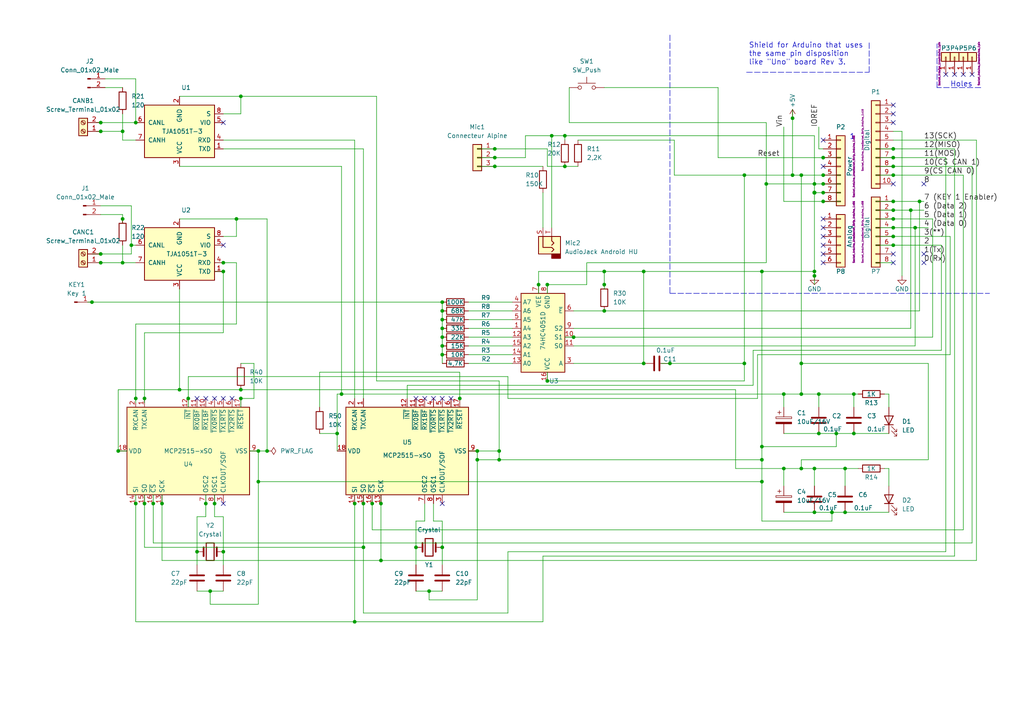
<source format=kicad_sch>
(kicad_sch (version 20211123) (generator eeschema)
  (paper "A4")
  (title_block (title "AlpDroid Card ") (date "2022-02-22") (rev "0") (company "My AlpDroid"))
  (lib_symbols
    (symbol "74xx:74HC4051"
      (property "Reference" "U" (at -5.08 11.43 0))
      (property "Value" "74HC4051" (at -7.62 -13.97 0))
      (symbol "74HC4051_1_1"
        (pin passive line (at 10.16 -2.54 180) (length 2.54) (name "A4") (number "1"))
        (pin input line (at -7.62 0 0) (length 2.54) (name "S1") (number "10"))
        (pin input line (at -7.62 2.54 0) (length 2.54) (name "S0") (number "11"))
        (pin passive line (at 10.16 0 180) (length 2.54) (name "A3") (number "12"))
        (pin passive line (at 10.16 7.62 180) (length 2.54) (name "A0") (number "13"))
        (pin passive line (at 10.16 5.08 180) (length 2.54) (name "A1") (number "14"))
        (pin passive line (at 10.16 2.54 180) (length 2.54) (name "A2") (number "15"))
        (pin power_in line (at 0 12.7 270) (length 2.54) (name "VCC") (number "16"))
        (pin passive line (at 10.16 -7.62 180) (length 2.54) (name "A6") (number "2"))
        (pin passive line (at -7.62 7.62 0) (length 2.54) (name "A") (number "3"))
        (pin passive line (at 10.16 -10.16 180) (length 2.54) (name "A7") (number "4"))
        (pin passive line (at 10.16 -5.08 180) (length 2.54) (name "A5") (number "5"))
        (pin input line (at -7.62 -7.62 0) (length 2.54) (name "~{E}") (number "6"))
        (pin power_in line (at 2.54 -15.24 90) (length 2.54) (name "VEE") (number "7"))
        (pin power_in line (at 0 -15.24 90) (length 2.54) (name "GND") (number "8"))
        (pin input line (at -7.62 -2.54 0) (length 2.54) (name "S2") (number "9"))
      )
    )
    (symbol "Connector:AudioJack2"
      (property "Reference" "J" (at 0 8.89 0))
      (property "Value" "AudioJack2" (at 0 6.35 0))
      (symbol "AudioJack2_1_1"
        (pin passive line (at 5.08 2.54 180) (length 2.54) (name "~") (number "S"))
        (pin passive line (at 5.08 0 180) (length 2.54) (name "~") (number "T"))
      )
    )
    (symbol "Connector:Conn_01x01_Male" (pin_names (offset 1.016) hide)
      (property "Reference" "J" (at 0 2.54 0))
      (property "Value" "Conn_01x01_Male" (at 0 -2.54 0))
      (symbol "Conn_01x01_Male_1_1"
        (pin passive line (at 5.08 0 180) (length 3.81) (name "Pin_1") (number "1"))
      )
    )
    (symbol "Connector:Conn_01x02_Male" (pin_names (offset 1.016) hide)
      (property "Reference" "J" (at 0 2.54 0))
      (property "Value" "Conn_01x02_Male" (at 0 -5.08 0))
      (symbol "Conn_01x02_Male_1_1"
        (pin passive line (at 5.08 0 180) (length 3.81) (name "Pin_1") (number "1"))
        (pin passive line (at 5.08 -2.54 180) (length 3.81) (name "Pin_2") (number "2"))
      )
    )
    (symbol "Connector:Screw_Terminal_01x02" (pin_names (offset 1.016) hide)
      (property "Reference" "J" (at 0 2.54 0))
      (property "Value" "Screw_Terminal_01x02" (at 0 -5.08 0))
      (symbol "Screw_Terminal_01x02_1_1"
        (pin passive line (at -5.08 0 0) (length 3.81) (name "Pin_1") (number "1"))
        (pin passive line (at -5.08 -2.54 0) (length 3.81) (name "Pin_2") (number "2"))
      )
    )
    (symbol "Connector_Generic:Conn_01x01" (pin_names (offset 1.016) hide)
      (property "Reference" "J" (at 0 2.54 0))
      (property "Value" "Conn_01x01" (at 0 -2.54 0))
      (symbol "Conn_01x01_1_1"
        (pin passive line (at -5.08 0 0) (length 3.81) (name "Pin_1") (number "1"))
      )
    )
    (symbol "Connector_Generic:Conn_01x03" (pin_names (offset 1.016) hide)
      (property "Reference" "J" (at 0 5.08 0))
      (property "Value" "Conn_01x03" (at 0 -5.08 0))
      (symbol "Conn_01x03_1_1"
        (pin passive line (at -5.08 2.54 0) (length 3.81) (name "Pin_1") (number "1"))
        (pin passive line (at -5.08 0 0) (length 3.81) (name "Pin_2") (number "2"))
        (pin passive line (at -5.08 -2.54 0) (length 3.81) (name "Pin_3") (number "3"))
      )
    )
    (symbol "Connector_Generic:Conn_01x06" (pin_names (offset 1.016) hide)
      (property "Reference" "J" (at 0 7.62 0))
      (property "Value" "Conn_01x06" (at 0 -10.16 0))
      (symbol "Conn_01x06_1_1"
        (pin passive line (at -5.08 5.08 0) (length 3.81) (name "Pin_1") (number "1"))
        (pin passive line (at -5.08 2.54 0) (length 3.81) (name "Pin_2") (number "2"))
        (pin passive line (at -5.08 0 0) (length 3.81) (name "Pin_3") (number "3"))
        (pin passive line (at -5.08 -2.54 0) (length 3.81) (name "Pin_4") (number "4"))
        (pin passive line (at -5.08 -5.08 0) (length 3.81) (name "Pin_5") (number "5"))
        (pin passive line (at -5.08 -7.62 0) (length 3.81) (name "Pin_6") (number "6"))
      )
    )
    (symbol "Connector_Generic:Conn_01x08" (pin_names (offset 1.016) hide)
      (property "Reference" "J" (at 0 10.16 0))
      (property "Value" "Conn_01x08" (at 0 -12.7 0))
      (symbol "Conn_01x08_1_1"
        (pin passive line (at -5.08 7.62 0) (length 3.81) (name "Pin_1") (number "1"))
        (pin passive line (at -5.08 5.08 0) (length 3.81) (name "Pin_2") (number "2"))
        (pin passive line (at -5.08 2.54 0) (length 3.81) (name "Pin_3") (number "3"))
        (pin passive line (at -5.08 0 0) (length 3.81) (name "Pin_4") (number "4"))
        (pin passive line (at -5.08 -2.54 0) (length 3.81) (name "Pin_5") (number "5"))
        (pin passive line (at -5.08 -5.08 0) (length 3.81) (name "Pin_6") (number "6"))
        (pin passive line (at -5.08 -7.62 0) (length 3.81) (name "Pin_7") (number "7"))
        (pin passive line (at -5.08 -10.16 0) (length 3.81) (name "Pin_8") (number "8"))
      )
    )
    (symbol "Connector_Generic:Conn_01x10" (pin_names (offset 1.016) hide)
      (property "Reference" "J" (at 0 12.7 0))
      (property "Value" "Conn_01x10" (at 0 -15.24 0))
      (symbol "Conn_01x10_1_1"
        (pin passive line (at -5.08 10.16 0) (length 3.81) (name "Pin_1") (number "1"))
        (pin passive line (at -5.08 -12.7 0) (length 3.81) (name "Pin_10") (number "10"))
        (pin passive line (at -5.08 7.62 0) (length 3.81) (name "Pin_2") (number "2"))
        (pin passive line (at -5.08 5.08 0) (length 3.81) (name "Pin_3") (number "3"))
        (pin passive line (at -5.08 2.54 0) (length 3.81) (name "Pin_4") (number "4"))
        (pin passive line (at -5.08 0 0) (length 3.81) (name "Pin_5") (number "5"))
        (pin passive line (at -5.08 -2.54 0) (length 3.81) (name "Pin_6") (number "6"))
        (pin passive line (at -5.08 -5.08 0) (length 3.81) (name "Pin_7") (number "7"))
        (pin passive line (at -5.08 -7.62 0) (length 3.81) (name "Pin_8") (number "8"))
        (pin passive line (at -5.08 -10.16 0) (length 3.81) (name "Pin_9") (number "9"))
      )
    )
    (symbol "Device:C" (pin_numbers hide) (pin_names (offset 0.254))
      (property "Reference" "C" (at 0.635 2.54 0))
      (property "Value" "C" (at 0.635 -2.54 0))
      (symbol "C_1_1"
        (pin passive line (at 0 3.81 270) (length 2.794) (name "~") (number "1"))
        (pin passive line (at 0 -3.81 90) (length 2.794) (name "~") (number "2"))
      )
    )
    (symbol "Device:C_Polarized" (pin_numbers hide) (pin_names (offset 0.254))
      (property "Reference" "C" (at 0.635 2.54 0))
      (property "Value" "C_Polarized" (at 0.635 -2.54 0))
      (symbol "C_Polarized_1_1"
        (pin passive line (at 0 3.81 270) (length 2.794) (name "~") (number "1"))
        (pin passive line (at 0 -3.81 90) (length 2.794) (name "~") (number "2"))
      )
    )
    (symbol "Device:Crystal" (pin_numbers hide) (pin_names (offset 1.016) hide)
      (property "Reference" "Y" (at 0 3.81 0))
      (property "Value" "Crystal" (at 0 -3.81 0))
      (symbol "Crystal_1_1"
        (pin passive line (at -3.81 0 0) (length 1.27) (name "1") (number "1"))
        (pin passive line (at 3.81 0 180) (length 1.27) (name "2") (number "2"))
      )
    )
    (symbol "Device:LED" (pin_numbers hide) (pin_names (offset 1.016) hide)
      (property "Reference" "D" (at 0 2.54 0))
      (property "Value" "LED" (at 0 -2.54 0))
      (symbol "LED_1_1"
        (pin passive line (at -3.81 0 0) (length 2.54) (name "K") (number "1"))
        (pin passive line (at 3.81 0 180) (length 2.54) (name "A") (number "2"))
      )
    )
    (symbol "Device:R" (pin_numbers hide) (pin_names (offset 0))
      (property "Reference" "R" (at 2.032 0 90))
      (property "Value" "R" (at 0 0 90))
      (symbol "R_1_1"
        (pin passive line (at 0 3.81 270) (length 1.27) (name "~") (number "1"))
        (pin passive line (at 0 -3.81 90) (length 1.27) (name "~") (number "2"))
      )
    )
    (symbol "Interface_CAN_LIN:MCP2515-xSO"
      (property "Reference" "U" (at -10.16 19.685 0))
      (property "Value" "MCP2515-xSO" (at 19.05 20.32 0))
      (symbol "MCP2515-xSO_1_1"
        (pin output line (at 15.24 12.7 180) (length 2.54) (name "TXCAN") (number "1"))
        (pin output line (at 15.24 -5.08 180) (length 2.54) (name "~{RX1BF}") (number "10"))
        (pin output line (at 15.24 -2.54 180) (length 2.54) (name "~{RX0BF}") (number "11"))
        (pin output line (at 15.24 0 180) (length 2.54) (name "~{INT}") (number "12"))
        (pin input line (at -15.24 7.62 0) (length 2.54) (name "SCK") (number "13"))
        (pin input line (at -15.24 15.24 0) (length 2.54) (name "SI") (number "14"))
        (pin output line (at -15.24 12.7 0) (length 2.54) (name "SO") (number "15"))
        (pin input line (at -15.24 10.16 0) (length 2.54) (name "~{CS}") (number "16"))
        (pin input line (at 15.24 -15.24 180) (length 2.54) (name "~{RESET}") (number "17"))
        (pin power_in line (at 0 20.32 270) (length 2.54) (name "VDD") (number "18"))
        (pin input line (at 15.24 15.24 180) (length 2.54) (name "RXCAN") (number "2"))
        (pin output line (at -15.24 -10.16 0) (length 2.54) (name "CLKOUT/SOF") (number "3"))
        (pin input line (at 15.24 -7.62 180) (length 2.54) (name "~{TX0RTS}") (number "4"))
        (pin input line (at 15.24 -10.16 180) (length 2.54) (name "~{TX1RTS}") (number "5"))
        (pin input line (at 15.24 -12.7 180) (length 2.54) (name "~{TX2RTS}") (number "6"))
        (pin output line (at -15.24 -5.08 0) (length 2.54) (name "OSC2") (number "7"))
        (pin input line (at -15.24 -7.62 0) (length 2.54) (name "OSC1") (number "8"))
        (pin power_in line (at 0 -20.32 90) (length 2.54) (name "VSS") (number "9"))
      )
    )
    (symbol "Interface_CAN_LIN:TJA1051T-3" (pin_names (offset 1.016))
      (property "Reference" "U" (at -10.16 8.89 0))
      (property "Value" "TJA1051T-3" (at 1.27 8.89 0))
      (symbol "TJA1051T-3_1_1"
        (pin input line (at -12.7 5.08 0) (length 2.54) (name "TXD") (number "1"))
        (pin power_in line (at 0 -10.16 90) (length 2.54) (name "GND") (number "2"))
        (pin power_in line (at 0 10.16 270) (length 2.54) (name "VCC") (number "3"))
        (pin output line (at -12.7 2.54 0) (length 2.54) (name "RXD") (number "4"))
        (pin power_in line (at -12.7 -2.54 0) (length 2.54) (name "VIO") (number "5"))
        (pin bidirectional line (at 12.7 -2.54 180) (length 2.54) (name "CANL") (number "6"))
        (pin bidirectional line (at 12.7 2.54 180) (length 2.54) (name "CANH") (number "7"))
        (pin input line (at -12.7 -5.08 0) (length 2.54) (name "S") (number "8"))
      )
    )
    (symbol "MCP2515-xSO_1"
      (property "Reference" "U5" (at 0 -3.81 90))
      (property "Value" "MCP2515-xSO_1" (at -1.27 0 90))
      (symbol "MCP2515-xSO_1_1_1"
        (pin output line (at 15.24 12.7 180) (length 2.54) (name "TXCAN") (number "1"))
        (pin output line (at 15.24 -5.08 180) (length 2.54) (name "~{RX1BF}") (number "10"))
        (pin output line (at 15.24 -2.54 180) (length 2.54) (name "~{RX0BF}") (number "11"))
        (pin output line (at 15.24 0 180) (length 2.54) (name "~{INT}") (number "12"))
        (pin input line (at -15.24 7.62 0) (length 2.54) (name "SCK") (number "13"))
        (pin input line (at -15.24 15.24 0) (length 2.54) (name "SI") (number "14"))
        (pin bidirectional line (at -15.24 12.7 0) (length 2.54) (name "SO") (number "15"))
        (pin input line (at -15.24 10.16 0) (length 2.54) (name "~{CS}") (number "16"))
        (pin input line (at 15.24 -15.24 180) (length 2.54) (name "~{RESET}") (number "17"))
        (pin power_in line (at 0 20.32 270) (length 2.54) (name "VDD") (number "18"))
        (pin input line (at 15.24 15.24 180) (length 2.54) (name "RXCAN") (number "2"))
        (pin output line (at -15.24 -10.16 0) (length 2.54) (name "CLKOUT/SOF") (number "3"))
        (pin input line (at 15.24 -7.62 180) (length 2.54) (name "~{TX0RTS}") (number "4"))
        (pin input line (at 15.24 -10.16 180) (length 2.54) (name "~{TX1RTS}") (number "5"))
        (pin input line (at 15.24 -12.7 180) (length 2.54) (name "~{TX2RTS}") (number "6"))
        (pin output line (at -15.24 -5.08 0) (length 2.54) (name "OSC2") (number "7"))
        (pin input line (at -15.24 -7.62 0) (length 2.54) (name "OSC1") (number "8"))
        (pin power_in line (at 0 -20.32 90) (length 2.54) (name "VSS") (number "9"))
      )
    )
    (symbol "Switch:SW_Push" (pin_numbers hide) (pin_names (offset 1.016) hide)
      (property "Reference" "SW" (at 1.27 2.54 0))
      (property "Value" "SW_Push" (at 0 -1.524 0))
      (symbol "SW_Push_0_1"
        (pin passive line (at -5.08 0 0) (length 2.54) (name "1") (number "1"))
        (pin passive line (at 5.08 0 180) (length 2.54) (name "2") (number "2"))
      )
    )
    (symbol "power:+5V" (power) (pin_names (offset 0))
      (property "Value" "+5V" (at 0 3.556 0))
      (symbol "+5V_1_1"
        (pin power_in line (at 0 0 90) (length 0) hide (name "+5V") (number "1"))
      )
    )
    (symbol "power:GND" (power) (pin_names (offset 0))
      (property "Value" "GND" (at 0 -3.81 0))
      (symbol "GND_1_1"
        (pin power_in line (at 0 0 270) (length 0) hide (name "GND") (number "1"))
      )
    )
    (symbol "power:PWR_FLAG" (power) (pin_numbers hide) (pin_names (offset 0) hide)
      (property "Value" "PWR_FLAG" (at 0 3.81 0))
      (symbol "PWR_FLAG_0_0"
        (pin power_out line (at 0 0 90) (length 0) (name "pwr") (number "1"))
      )
    )
  )
  (junction (at 110.49 146.05))
  (junction (at 128.27 100.33))
  (junction (at 54.61 115.57))
  (junction (at 105.41 158.75))
  (junction (at 74.93 139.7))
  (junction (at 158.75 110.49))
  (junction (at 62.23 146.05))
  (junction (at 264.16 60.96))
  (junction (at 35.56 76.2))
  (junction (at 128.27 92.71))
  (junction (at 259.08 58.42))
  (junction (at 97.79 125.73))
  (junction (at 236.22 78.74))
  (junction (at 238.76 50.8))
  (junction (at 238.76 58.42))
  (junction (at 29.21 73.66))
  (junction (at 160.02 39.37))
  (junction (at 138.43 133.35))
  (junction (at 128.27 87.63))
  (junction (at 175.26 82.55))
  (junction (at 259.08 71.12))
  (junction (at 128.27 97.79))
  (junction (at 69.85 27.94))
  (junction (at 259.08 45.72))
  (junction (at 39.37 35.56))
  (junction (at 259.08 68.58))
  (junction (at 232.41 105.41))
  (junction (at 143.51 43.18))
  (junction (at 227.33 114.3))
  (junction (at 52.07 113.03))
  (junction (at 266.7 58.42))
  (junction (at 215.9 50.8))
  (junction (at 107.95 146.05))
  (junction (at 128.27 95.25))
  (junction (at 29.21 35.56))
  (junction (at 238.76 45.72))
  (junction (at 105.41 146.05))
  (junction (at 238.76 55.88))
  (junction (at 143.51 48.26))
  (junction (at 64.77 76.2))
  (junction (at 166.37 97.79))
  (junction (at 57.15 160.02))
  (junction (at 110.49 162.56))
  (junction (at 220.98 139.7))
  (junction (at 59.69 146.05))
  (junction (at 26.67 87.63))
  (junction (at 245.11 135.89))
  (junction (at 77.47 130.81))
  (junction (at 175.26 90.17))
  (junction (at 238.76 53.34))
  (junction (at 64.77 160.02))
  (junction (at 156.21 82.55))
  (junction (at 265.43 66.04))
  (junction (at 69.85 113.03))
  (junction (at 60.96 171.45))
  (junction (at 236.22 148.59))
  (junction (at 64.77 78.74))
  (junction (at 29.21 38.1))
  (junction (at 236.22 80.01))
  (junction (at 39.37 115.57))
  (junction (at 229.87 34.29))
  (junction (at 38.1 71.12))
  (junction (at 229.87 50.8))
  (junction (at 175.26 78.74))
  (junction (at 29.21 76.2))
  (junction (at 120.65 158.75))
  (junction (at 247.65 125.73))
  (junction (at 74.93 130.81))
  (junction (at 44.45 146.05))
  (junction (at 220.98 133.35))
  (junction (at 133.35 115.57))
  (junction (at 259.08 43.18))
  (junction (at 186.69 105.41))
  (junction (at 259.08 48.26))
  (junction (at 39.37 146.05))
  (junction (at 124.46 171.45))
  (junction (at 232.41 114.3))
  (junction (at 143.51 45.72))
  (junction (at 215.9 105.41))
  (junction (at 247.65 114.3))
  (junction (at 227.33 135.89))
  (junction (at 186.69 78.74))
  (junction (at 220.98 129.54))
  (junction (at 237.49 125.73))
  (junction (at 35.56 38.1))
  (junction (at 259.08 50.8))
  (junction (at 259.08 63.5))
  (junction (at 222.25 53.34))
  (junction (at 241.3 148.59))
  (junction (at 99.06 114.3))
  (junction (at 259.08 66.04))
  (junction (at 232.41 135.89))
  (junction (at 35.56 63.5))
  (junction (at 259.08 60.96))
  (junction (at 68.58 63.5))
  (junction (at 128.27 102.87))
  (junction (at 128.27 90.17))
  (junction (at 236.22 53.34))
  (junction (at 128.27 158.75))
  (junction (at 232.41 50.8))
  (junction (at 144.78 133.35))
  (junction (at 236.22 55.88) (diameter 1.016))
  (junction (at 194.31 105.41))
  (junction (at 102.87 146.05))
  (junction (at 237.49 114.3))
  (junction (at 242.57 125.73))
  (junction (at 34.29 130.81))
  (junction (at 102.87 180.34))
  (junction (at 245.11 148.59))
  (junction (at 220.98 78.74))
  (junction (at 144.78 130.81))
  (junction (at 163.83 48.26))
  (junction (at 69.85 115.57))
  (junction (at 138.43 130.81))
  (junction (at 46.99 146.05))
  (junction (at 41.91 115.57))
  (junction (at 163.83 39.37))
  (junction (at 158.75 82.55))
  (junction (at 41.91 146.05))
  (junction (at 236.22 135.89))
  (no_connect (at 120.65 115.57))
  (no_connect (at 123.19 115.57))
  (no_connect (at 125.73 115.57))
  (no_connect (at 128.27 115.57))
  (no_connect (at 130.81 115.57))
  (no_connect (at 279.4 21.59))
  (no_connect (at 274.32 21.59))
  (no_connect (at 238.76 48.26))
  (no_connect (at 67.31 115.57))
  (no_connect (at 62.23 115.57))
  (no_connect (at 64.77 115.57))
  (no_connect (at 59.69 115.57))
  (no_connect (at 57.15 115.57))
  (no_connect (at 259.08 30.48))
  (no_connect (at 259.08 33.02))
  (no_connect (at 259.08 35.56))
  (no_connect (at 276.86 21.59))
  (no_connect (at 281.94 21.59))
  (no_connect (at 64.77 146.05))
  (no_connect (at 128.27 146.05))
  (no_connect (at 238.76 40.64))
  (no_connect (at 259.08 53.34))
  (no_connect (at 267.97 76.2))
  (no_connect (at 267.97 73.66))
  (no_connect (at 267.97 53.34))
  (no_connect (at 259.08 73.66))
  (no_connect (at 259.08 76.2))
  (no_connect (at 64.77 35.56))
  (no_connect (at 64.77 71.12))
  (no_connect (at 238.76 71.12))
  (no_connect (at 238.76 68.58))
  (no_connect (at 238.76 66.04))
  (no_connect (at 238.76 63.5))
  (no_connect (at 238.76 76.2))
  (no_connect (at 238.76 73.66))
  (wire (pts (xy 186.69 78.74) (xy 186.69 105.41)))
  (wire (pts (xy 227.33 135.89) (xy 227.33 140.97)))
  (wire (pts (xy 238.76 55.88) (xy 243.84 55.88)))
  (wire (pts (xy 259.08 68.58) (xy 275.59 68.58)))
  (wire (pts (xy 219.71 102.87) (xy 219.71 115.57)))
  (wire (pts (xy 68.58 76.2) (xy 64.77 76.2)))
  (wire (pts (xy 245.11 135.89) (xy 245.11 140.97)))
  (wire (pts (xy 166.37 95.25) (xy 264.16 95.25)))
  (wire (pts (xy 123.19 151.13) (xy 120.65 151.13)))
  (wire (pts (xy 123.19 146.05) (xy 123.19 151.13)))
  (wire (pts (xy 232.41 135.89) (xy 236.22 135.89)))
  (wire (pts (xy 158.75 85.09) (xy 158.75 82.55)))
  (wire (pts (xy 29.21 35.56) (xy 27.94 35.56)))
  (wire (pts (xy 128.27 95.25) (xy 128.27 97.79)))
  (wire (pts (xy 220.98 139.7) (xy 220.98 151.13)))
  (wire (pts (xy 163.83 39.37) (xy 163.83 40.64)))
  (wire (pts (xy 52.07 48.26) (xy 99.06 48.26)))
  (wire (pts (xy 72.39 130.81) (xy 74.93 130.81)))
  (wire (pts (xy 276.86 43.18) (xy 276.86 161.29)))
  (wire (pts (xy 170.18 82.55) (xy 170.18 76.2)))
  (wire (pts (xy 160.02 39.37) (xy 160.02 66.04)))
  (polyline (pts (xy 252.095 20.955) (xy 252.095 12.065)) (stroke (width 0) (type dash)))
  (wire (pts (xy 138.43 133.35) (xy 144.78 133.35)))
  (wire (pts (xy 44.45 146.05) (xy 44.45 157.48)))
  (wire (pts (xy 64.77 160.02) (xy 64.77 163.83)))
  (wire (pts (xy 186.69 78.74) (xy 220.98 78.74)))
  (wire (pts (xy 135.89 92.71) (xy 148.59 92.71)))
  (wire (pts (xy 254 63.5) (xy 259.08 63.5)))
  (wire (pts (xy 38.1 71.12) (xy 39.37 71.12)))
  (wire (pts (xy 62.23 149.86) (xy 64.77 149.86)))
  (wire (pts (xy 236.22 80.01) (xy 236.22 82.55)))
  (wire (pts (xy 57.15 171.45) (xy 60.96 171.45)))
  (wire (pts (xy 128.27 158.75) (xy 128.27 163.83)))
  (wire (pts (xy 135.89 87.63) (xy 148.59 87.63)))
  (wire (pts (xy 259.08 60.96) (xy 264.16 60.96)))
  (wire (pts (xy 138.43 48.26) (xy 143.51 48.26)))
  (wire (pts (xy 59.69 149.86) (xy 57.15 149.86)))
  (wire (pts (xy 157.48 161.29) (xy 157.48 180.34)))
  (wire (pts (xy 64.77 149.86) (xy 64.77 160.02)))
  (wire (pts (xy 120.65 151.13) (xy 120.65 158.75)))
  (wire (pts (xy 68.58 76.2) (xy 68.58 93.98)))
  (wire (pts (xy 229.87 50.8) (xy 232.41 50.8)))
  (wire (pts (xy 264.16 95.25) (xy 264.16 60.96)))
  (wire (pts (xy 135.89 102.87) (xy 148.59 102.87)))
  (wire (pts (xy 52.07 83.82) (xy 52.07 113.03)))
  (wire (pts (xy 74.93 139.7) (xy 220.98 139.7)))
  (wire (pts (xy 99.06 114.3) (xy 227.33 114.3)))
  (wire (pts (xy 167.64 40.64) (xy 195.58 40.64)))
  (wire (pts (xy 46.99 146.05) (xy 46.99 162.56)))
  (wire (pts (xy 232.41 105.41) (xy 232.41 114.3)))
  (wire (pts (xy 191.77 105.41) (xy 194.31 105.41)))
  (wire (pts (xy 124.46 171.45) (xy 124.46 173.99)))
  (wire (pts (xy 166.37 97.79) (xy 270.51 97.79)))
  (wire (pts (xy 232.41 105.41) (xy 269.24 105.41)))
  (wire (pts (xy 238.76 45.72) (xy 243.84 45.72)))
  (wire (pts (xy 175.26 78.74) (xy 175.26 82.55)))
  (wire (pts (xy 238.76 50.8) (xy 243.84 50.8)))
  (wire (pts (xy 135.89 95.25) (xy 148.59 95.25)))
  (wire (pts (xy 128.27 87.63) (xy 128.27 90.17)))
  (wire (pts (xy 128.27 92.71) (xy 128.27 95.25)))
  (wire (pts (xy 222.25 53.34) (xy 236.22 53.34)))
  (wire (pts (xy 77.47 130.81) (xy 74.93 130.81)))
  (wire (pts (xy 128.27 151.13) (xy 128.27 158.75)))
  (wire (pts (xy 125.73 146.05) (xy 125.73 151.13)))
  (wire (pts (xy 229.87 34.29) (xy 229.87 50.8)))
  (wire (pts (xy 39.37 146.05) (xy 39.37 180.34)))
  (wire (pts (xy 135.89 90.17) (xy 148.59 90.17)))
  (wire (pts (xy 237.49 114.3) (xy 247.65 114.3)))
  (wire (pts (xy 213.36 135.89) (xy 213.36 113.03)))
  (wire (pts (xy 247.65 114.3) (xy 248.92 114.3)))
  (wire (pts (xy 133.35 107.95) (xy 133.35 115.57)))
  (wire (pts (xy 105.41 146.05) (xy 105.41 158.75)))
  (wire (pts (xy 215.9 105.41) (xy 215.9 110.49)))
  (wire (pts (xy 156.21 78.74) (xy 156.21 82.55)))
  (wire (pts (xy 62.23 78.74) (xy 64.77 78.74)))
  (wire (pts (xy 261.62 38.1) (xy 261.62 80.01)))
  (wire (pts (xy 236.22 78.74) (xy 236.22 80.01)))
  (wire (pts (xy 236.22 53.34) (xy 238.76 53.34)))
  (wire (pts (xy 156.21 78.74) (xy 175.26 78.74)))
  (wire (pts (xy 165.1 35.56) (xy 222.25 35.56)))
  (wire (pts (xy 97.79 125.73) (xy 97.79 130.81)))
  (wire (pts (xy 254 58.42) (xy 259.08 58.42)))
  (wire (pts (xy 158.75 43.18) (xy 158.75 48.26)))
  (wire (pts (xy 52.07 113.03) (xy 34.29 113.03)))
  (wire (pts (xy 26.67 87.63) (xy 128.27 87.63)))
  (wire (pts (xy 110.49 146.05) (xy 110.49 162.56)))
  (wire (pts (xy 175.26 25.4) (xy 208.28 25.4)))
  (wire (pts (xy 232.41 50.8) (xy 232.41 105.41)))
  (wire (pts (xy 99.06 48.26) (xy 99.06 114.3)))
  (wire (pts (xy 118.11 111.76) (xy 218.44 111.76)))
  (wire (pts (xy 133.35 115.57) (xy 133.35 118.11)))
  (wire (pts (xy 259.08 45.72) (xy 274.32 45.72)))
  (wire (pts (xy 143.51 45.72) (xy 152.4 45.72)))
  (wire (pts (xy 41.91 143.51) (xy 41.91 146.05)))
  (wire (pts (xy 69.85 113.03) (xy 52.07 113.03)))
  (wire (pts (xy 105.41 158.75) (xy 105.41 177.8)))
  (wire (pts (xy 166.37 105.41) (xy 186.69 105.41)))
  (wire (pts (xy 157.48 180.34) (xy 102.87 180.34)))
  (wire (pts (xy 128.27 90.17) (xy 128.27 92.71)))
  (wire (pts (xy 237.49 43.18) (xy 238.76 43.18)))
  (wire (pts (xy 256.54 135.89) (xy 257.81 135.89)))
  (wire (pts (xy 147.32 160.02) (xy 274.32 160.02)))
  (wire (pts (xy 195.58 50.8) (xy 215.9 50.8)))
  (wire (pts (xy 107.95 153.67) (xy 279.4 153.67)))
  (wire (pts (xy 220.98 133.35) (xy 220.98 139.7)))
  (wire (pts (xy 220.98 129.54) (xy 220.98 133.35)))
  (wire (pts (xy 128.27 100.33) (xy 128.27 102.87)))
  (wire (pts (xy 232.41 50.8) (xy 238.76 50.8)))
  (wire (pts (xy 160.02 39.37) (xy 163.83 39.37)))
  (wire (pts (xy 64.77 33.02) (xy 69.85 33.02)))
  (wire (pts (xy 236.22 39.37) (xy 236.22 53.34)))
  (wire (pts (xy 227.33 118.11) (xy 227.33 114.3)))
  (wire (pts (xy 227.33 135.89) (xy 232.41 135.89)))
  (wire (pts (xy 105.41 43.18) (xy 105.41 115.57)))
  (wire (pts (xy 266.7 58.42) (xy 266.7 90.17)))
  (wire (pts (xy 236.22 53.34) (xy 236.22 55.88)))
  (wire (pts (xy 69.85 33.02) (xy 69.85 27.94)))
  (wire (pts (xy 38.1 73.66) (xy 38.1 71.12)))
  (wire (pts (xy 34.29 113.03) (xy 34.29 130.81)))
  (wire (pts (xy 259.08 40.64) (xy 283.21 40.64)))
  (wire (pts (xy 215.9 50.8) (xy 215.9 105.41)))
  (wire (pts (xy 166.37 90.17) (xy 175.26 90.17)))
  (wire (pts (xy 110.49 162.56) (xy 283.21 162.56)))
  (wire (pts (xy 59.69 146.05) (xy 59.69 149.86)))
  (wire (pts (xy 69.85 115.57) (xy 73.66 115.57)))
  (wire (pts (xy 128.27 97.79) (xy 128.27 100.33)))
  (wire (pts (xy 143.51 43.18) (xy 158.75 43.18)))
  (wire (pts (xy 30.48 22.86) (xy 39.37 22.86)))
  (wire (pts (xy 156.21 82.55) (xy 156.21 85.09)))
  (wire (pts (xy 236.22 39.37) (xy 163.83 39.37)))
  (wire (pts (xy 41.91 146.05) (xy 41.91 158.75)))
  (wire (pts (xy 105.41 143.51) (xy 105.41 146.05)))
  (wire (pts (xy 266.7 58.42) (xy 267.97 58.42)))
  (wire (pts (xy 39.37 143.51) (xy 39.37 146.05)))
  (wire (pts (xy 259.08 63.5) (xy 270.51 63.5)))
  (wire (pts (xy 269.24 105.41) (xy 269.24 133.35)))
  (wire (pts (xy 107.95 143.51) (xy 107.95 146.05)))
  (wire (pts (xy 44.45 143.51) (xy 44.45 146.05)))
  (wire (pts (xy 52.07 63.5) (xy 68.58 63.5)))
  (wire (pts (xy 69.85 27.94) (xy 109.22 27.94)))
  (wire (pts (xy 39.37 115.57) (xy 39.37 116.84)))
  (wire (pts (xy 175.26 82.55) (xy 175.26 83.82)))
  (wire (pts (xy 124.46 171.45) (xy 128.27 171.45)))
  (wire (pts (xy 254 71.12) (xy 259.08 71.12)))
  (wire (pts (xy 25.4 87.63) (xy 26.67 87.63)))
  (wire (pts (xy 241.3 148.59) (xy 241.3 151.13)))
  (wire (pts (xy 120.65 171.45) (xy 124.46 171.45)))
  (wire (pts (xy 138.43 130.81) (xy 144.78 130.81)))
  (wire (pts (xy 125.73 151.13) (xy 128.27 151.13)))
  (wire (pts (xy 237.49 125.73) (xy 242.57 125.73)))
  (wire (pts (xy 62.23 146.05) (xy 62.23 149.86)))
  (wire (pts (xy 283.21 40.64) (xy 283.21 162.56)))
  (wire (pts (xy 110.49 143.51) (xy 110.49 146.05)))
  (wire (pts (xy 220.98 78.74) (xy 220.98 129.54)))
  (wire (pts (xy 41.91 96.52) (xy 41.91 115.57)))
  (wire (pts (xy 227.33 58.42) (xy 238.76 58.42)))
  (wire (pts (xy 220.98 151.13) (xy 241.3 151.13)))
  (wire (pts (xy 57.15 149.86) (xy 57.15 160.02)))
  (wire (pts (xy 62.23 143.51) (xy 62.23 146.05)))
  (wire (pts (xy 35.56 40.64) (xy 35.56 38.1)))
  (wire (pts (xy 46.99 143.51) (xy 46.99 146.05)))
  (wire (pts (xy 68.58 63.5) (xy 77.47 63.5)))
  (wire (pts (xy 109.22 27.94) (xy 109.22 110.49)))
  (wire (pts (xy 54.61 109.22) (xy 54.61 115.57)))
  (wire (pts (xy 166.37 100.33) (xy 265.43 100.33)))
  (wire (pts (xy 232.41 114.3) (xy 237.49 114.3)))
  (wire (pts (xy 69.85 105.41) (xy 73.66 105.41)))
  (wire (pts (xy 259.08 50.8) (xy 279.4 50.8)))
  (wire (pts (xy 39.37 76.2) (xy 35.56 76.2)))
  (wire (pts (xy 279.4 50.8) (xy 279.4 153.67)))
  (wire (pts (xy 275.59 102.87) (xy 219.71 102.87)))
  (wire (pts (xy 69.85 115.57) (xy 69.85 118.11)))
  (wire (pts (xy 257.81 114.3) (xy 257.81 118.11)))
  (wire (pts (xy 275.59 68.58) (xy 275.59 102.87)))
  (wire (pts (xy 259.08 43.18) (xy 276.86 43.18)))
  (wire (pts (xy 152.4 39.37) (xy 152.4 45.72)))
  (wire (pts (xy 25.4 76.2) (xy 29.21 76.2)))
  (wire (pts (xy 158.75 82.55) (xy 170.18 82.55)))
  (wire (pts (xy 195.58 50.8) (xy 195.58 40.64)))
  (wire (pts (xy 60.96 171.45) (xy 64.77 171.45)))
  (wire (pts (xy 77.47 63.5) (xy 77.47 130.81)))
  (wire (pts (xy 238.76 53.34) (xy 243.84 53.34)))
  (wire (pts (xy 41.91 158.75) (xy 105.41 158.75)))
  (wire (pts (xy 128.27 102.87) (xy 128.27 105.41)))
  (wire (pts (xy 157.48 55.88) (xy 157.48 66.04)))
  (wire (pts (xy 254 45.72) (xy 259.08 45.72)))
  (wire (pts (xy 208.28 45.72) (xy 208.28 25.4)))
  (wire (pts (xy 74.93 130.81) (xy 74.93 139.7)))
  (wire (pts (xy 247.65 114.3) (xy 247.65 118.11)))
  (polyline (pts (xy 284.48 25.4) (xy 271.78 25.4)) (stroke (width 0) (type dash)))
  (wire (pts (xy 135.89 105.41) (xy 148.59 105.41)))
  (wire (pts (xy 236.22 148.59) (xy 241.3 148.59)))
  (wire (pts (xy 64.77 68.58) (xy 68.58 68.58)))
  (wire (pts (xy 208.28 45.72) (xy 238.76 45.72)))
  (wire (pts (xy 259.08 38.1) (xy 261.62 38.1)))
  (wire (pts (xy 236.22 55.88) (xy 238.76 55.88)))
  (wire (pts (xy 158.75 110.49) (xy 215.9 110.49)))
  (wire (pts (xy 175.26 90.17) (xy 266.7 90.17)))
  (wire (pts (xy 254 50.8) (xy 259.08 50.8)))
  (wire (pts (xy 35.56 38.1) (xy 35.56 33.02)))
  (wire (pts (xy 110.49 162.56) (xy 46.99 162.56)))
  (wire (pts (xy 92.71 107.95) (xy 133.35 107.95)))
  (wire (pts (xy 138.43 43.18) (xy 143.51 43.18)))
  (wire (pts (xy 242.57 125.73) (xy 247.65 125.73)))
  (wire (pts (xy 34.29 130.81) (xy 36.83 130.81)))
  (wire (pts (xy 29.21 38.1) (xy 35.56 38.1)))
  (wire (pts (xy 238.76 58.42) (xy 243.84 58.42)))
  (wire (pts (xy 39.37 40.64) (xy 35.56 40.64)))
  (wire (pts (xy 170.18 76.2) (xy 222.25 76.2)))
  (wire (pts (xy 102.87 40.64) (xy 102.87 115.57)))
  (wire (pts (xy 218.44 101.6) (xy 218.44 111.76)))
  (wire (pts (xy 144.78 130.81) (xy 144.78 133.35)))
  (wire (pts (xy 143.51 48.26) (xy 157.48 48.26)))
  (wire (pts (xy 236.22 55.88) (xy 236.22 78.74)))
  (wire (pts (xy 39.37 115.57) (xy 39.37 93.98)))
  (wire (pts (xy 256.54 114.3) (xy 257.81 114.3)))
  (wire (pts (xy 163.83 97.79) (xy 166.37 97.79)))
  (wire (pts (xy 227.33 58.42) (xy 227.33 36.83)))
  (wire (pts (xy 220.98 78.74) (xy 236.22 78.74)))
  (wire (pts (xy 35.56 62.23) (xy 35.56 63.5)))
  (wire (pts (xy 152.4 39.37) (xy 160.02 39.37)))
  (wire (pts (xy 105.41 177.8) (xy 147.32 177.8)))
  (wire (pts (xy 259.08 66.04) (xy 265.43 66.04)))
  (wire (pts (xy 109.22 110.49) (xy 144.78 110.49)))
  (wire (pts (xy 29.21 76.2) (xy 35.56 76.2)))
  (wire (pts (xy 241.3 148.59) (xy 245.11 148.59)))
  (wire (pts (xy 158.75 107.95) (xy 158.75 110.49)))
  (wire (pts (xy 219.71 115.57) (xy 147.32 115.57)))
  (polyline (pts (xy 194.31 85.09) (xy 287.02 85.09)) (stroke (width 0) (type dash)))
  (wire (pts (xy 39.37 93.98) (xy 68.58 93.98)))
  (wire (pts (xy 254 68.58) (xy 259.08 68.58)))
  (wire (pts (xy 259.08 71.12) (xy 273.05 71.12)))
  (wire (pts (xy 236.22 135.89) (xy 236.22 140.97)))
  (wire (pts (xy 138.43 133.35) (xy 138.43 173.99)))
  (wire (pts (xy 144.78 110.49) (xy 144.78 130.81)))
  (wire (pts (xy 29.21 73.66) (xy 38.1 73.66)))
  (wire (pts (xy 232.41 133.35) (xy 269.24 133.35)))
  (wire (pts (xy 163.83 48.26) (xy 167.64 48.26)))
  (wire (pts (xy 163.83 48.26) (xy 158.75 48.26)))
  (wire (pts (xy 227.33 135.89) (xy 213.36 135.89)))
  (wire (pts (xy 264.16 60.96) (xy 267.97 60.96)))
  (wire (pts (xy 273.05 101.6) (xy 218.44 101.6)))
  (polyline (pts (xy 271.78 25.4) (xy 271.78 12.7)) (stroke (width 0) (type dash)))
  (wire (pts (xy 254 43.18) (xy 259.08 43.18)))
  (wire (pts (xy 64.77 43.18) (xy 105.41 43.18)))
  (wire (pts (xy 35.56 64.77) (xy 35.56 63.5)))
  (wire (pts (xy 135.89 100.33) (xy 148.59 100.33)))
  (wire (pts (xy 97.79 114.3) (xy 97.79 125.73)))
  (wire (pts (xy 38.1 59.69) (xy 38.1 71.12)))
  (wire (pts (xy 254 60.96) (xy 259.08 60.96)))
  (wire (pts (xy 102.87 146.05) (xy 102.87 180.34)))
  (wire (pts (xy 236.22 135.89) (xy 245.11 135.89)))
  (wire (pts (xy 135.89 97.79) (xy 148.59 97.79)))
  (wire (pts (xy 54.61 115.57) (xy 54.61 118.11)))
  (wire (pts (xy 138.43 173.99) (xy 124.46 173.99)))
  (wire (pts (xy 92.71 118.11) (xy 92.71 107.95)))
  (wire (pts (xy 41.91 115.57) (xy 41.91 116.84)))
  (wire (pts (xy 30.48 25.4) (xy 35.56 25.4)))
  (wire (pts (xy 147.32 115.57) (xy 147.32 109.22)))
  (wire (pts (xy 73.66 105.41) (xy 73.66 115.57)))
  (wire (pts (xy 147.32 177.8) (xy 147.32 160.02)))
  (wire (pts (xy 165.1 25.4) (xy 165.1 35.56)))
  (wire (pts (xy 69.85 113.03) (xy 213.36 113.03)))
  (wire (pts (xy 245.11 148.59) (xy 257.81 148.59)))
  (wire (pts (xy 27.94 38.1) (xy 29.21 38.1)))
  (wire (pts (xy 102.87 180.34) (xy 39.37 180.34)))
  (wire (pts (xy 281.94 48.26) (xy 281.94 157.48)))
  (wire (pts (xy 222.25 35.56) (xy 222.25 53.34)))
  (wire (pts (xy 259.08 48.26) (xy 281.94 48.26)))
  (wire (pts (xy 29.21 59.69) (xy 38.1 59.69)))
  (wire (pts (xy 118.11 115.57) (xy 118.11 111.76)))
  (wire (pts (xy 175.26 78.74) (xy 186.69 78.74)))
  (wire (pts (xy 232.41 133.35) (xy 232.41 135.89)))
  (wire (pts (xy 57.15 160.02) (xy 57.15 163.83)))
  (wire (pts (xy 60.96 171.45) (xy 60.96 175.26)))
  (wire (pts (xy 242.57 129.54) (xy 242.57 125.73)))
  (wire (pts (xy 245.11 135.89) (xy 248.92 135.89)))
  (wire (pts (xy 281.94 157.48) (xy 44.45 157.48)))
  (wire (pts (xy 227.33 114.3) (xy 232.41 114.3)))
  (wire (pts (xy 220.98 129.54) (xy 242.57 129.54)))
  (wire (pts (xy 259.08 58.42) (xy 266.7 58.42)))
  (wire (pts (xy 74.93 139.7) (xy 74.93 175.26)))
  (wire (pts (xy 273.05 71.12) (xy 273.05 101.6)))
  (wire (pts (xy 229.87 31.75) (xy 229.87 34.29)))
  (wire (pts (xy 135.89 130.81) (xy 138.43 130.81)))
  (wire (pts (xy 254 66.04) (xy 259.08 66.04)))
  (wire (pts (xy 215.9 50.8) (xy 229.87 50.8)))
  (wire (pts (xy 194.31 105.41) (xy 215.9 105.41)))
  (wire (pts (xy 227.33 148.59) (xy 236.22 148.59)))
  (polyline (pts (xy 194.31 10.16) (xy 194.31 85.09)) (stroke (width 0) (type dash)))
  (wire (pts (xy 144.78 133.35) (xy 220.98 133.35)))
  (wire (pts (xy 97.79 114.3) (xy 99.06 114.3)))
  (wire (pts (xy 52.07 27.94) (xy 69.85 27.94)))
  (wire (pts (xy 138.43 130.81) (xy 138.43 133.35)))
  (wire (pts (xy 247.65 125.73) (xy 257.81 125.73)))
  (wire (pts (xy 147.32 109.22) (xy 54.61 109.22)))
  (wire (pts (xy 237.49 36.83) (xy 237.49 43.18)))
  (wire (pts (xy 227.33 125.73) (xy 237.49 125.73)))
  (wire (pts (xy 60.96 175.26) (xy 74.93 175.26)))
  (wire (pts (xy 274.32 45.72) (xy 274.32 160.02)))
  (wire (pts (xy 35.56 71.12) (xy 35.56 76.2)))
  (wire (pts (xy 62.23 76.2) (xy 64.77 76.2)))
  (wire (pts (xy 265.43 100.33) (xy 265.43 66.04)))
  (wire (pts (xy 265.43 66.04) (xy 269.24 66.04)))
  (wire (pts (xy 92.71 125.73) (xy 97.79 125.73)))
  (wire (pts (xy 138.43 45.72) (xy 143.51 45.72)))
  (wire (pts (xy 64.77 78.74) (xy 64.77 96.52)))
  (wire (pts (xy 102.87 143.51) (xy 102.87 146.05)))
  (wire (pts (xy 120.65 158.75) (xy 120.65 163.83)))
  (wire (pts (xy 254 76.2) (xy 259.08 76.2)))
  (wire (pts (xy 64.77 40.64) (xy 102.87 40.64)))
  (wire (pts (xy 254 48.26) (xy 259.08 48.26)))
  (wire (pts (xy 107.95 146.05) (xy 107.95 153.67)))
  (wire (pts (xy 222.25 76.2) (xy 222.25 53.34)))
  (wire (pts (xy 64.77 96.52) (xy 41.91 96.52)))
  (wire (pts (xy 68.58 68.58) (xy 68.58 63.5)))
  (wire (pts (xy 257.81 140.97) (xy 257.81 135.89)))
  (wire (pts (xy 29.21 35.56) (xy 39.37 35.56)))
  (wire (pts (xy 59.69 143.51) (xy 59.69 146.05)))
  (wire (pts (xy 26.67 73.66) (xy 29.21 73.66)))
  (wire (pts (xy 39.37 22.86) (xy 39.37 35.56)))
  (wire (pts (xy 270.51 63.5) (xy 270.51 97.79)))
  (wire (pts (xy 237.49 114.3) (xy 237.49 118.11)))
  (wire (pts (xy 35.56 62.23) (xy 29.21 62.23)))
  (polyline (pts (xy 216.535 20.955) (xy 252.095 20.955)) (stroke (width 0) (type dash)))
  (wire (pts (xy 276.86 161.29) (xy 157.48 161.29)))
  (text "Holes" (at 275.59 25.4 0) (effects (font (size 1.524 1.524)) (justify left bottom)))
  (text "Shield for Arduino that uses\nthe same pin disposition\nlike \"Uno\" board Rev 3." (at 217.17 19.05 0) (effects (font (size 1.524 1.524)) (justify left bottom)))
  (text "1" (at 246.38 40.64 0) (effects (font (size 1.524 1.524)) (justify left bottom)))
  (label "Vin" (at 227.33 36.83 90) (effects (font (size 1.524 1.524))))
  (label "0(Rx)" (at 267.97 76.2 0) (effects (font (size 1.524 1.524))))
  (label "4 (Data 0)" (at 267.97 66.04 0) (effects (font (size 1.524 1.524))))
  (label "5 (Data 1)" (at 267.97 63.5 0) (effects (font (size 1.524 1.524))))
  (label "10(CS CAN 1)" (at 267.97 48.26 0) (effects (font (size 1.524 1.524))))
  (label "13(SCK)" (at 267.97 40.64 0) (effects (font (size 1.524 1.524))))
  (label "7 (KEY 1 Enabler)" (at 267.97 58.42 0) (effects (font (size 1.524 1.524))))
  (label "Reset" (at 219.71 45.72 0) (effects (font (size 1.524 1.524))))
  (label "2" (at 267.97 71.12 0) (effects (font (size 1.524 1.524))))
  (label "12(MISO)" (at 267.97 43.18 0) (effects (font (size 1.524 1.524))))
  (label "3(**)" (at 267.97 68.58 0) (effects (font (size 1.524 1.524))))
  (label "9(CS CAN 0)" (at 267.97 50.8 0) (effects (font (size 1.524 1.524))))
  (label "8" (at 267.97 53.34 0) (effects (font (size 1.524 1.524))))
  (label "IOREF" (at 237.49 36.83 90) (effects (font (size 1.524 1.524))))
  (label "11(MOSI)" (at 267.97 45.72 0) (effects (font (size 1.524 1.524))))
  (label "1(Tx)" (at 267.97 73.66 0) (effects (font (size 1.524 1.524))))
  (label "6 (Data 2)" (at 267.97 60.96 0) (effects (font (size 1.524 1.524))))
  (symbol (lib_id "Connector_Generic:Conn_01x08") (at 243.84 48.26 0) (unit 1)
    (property "Reference" "P2" (at 243.84 36.83 0))
    (property "Value" "Power" (at 246.38 48.26 90))
    (property "Footprint" "Socket_Arduino_Uno:Socket_Strip_Arduino_1x08" (at 247.65 48.26 90) (effects (font (size 0.508 0.508))))
  )
  (symbol (lib_id "power:+5V") (at 229.87 34.29 0) (unit 1)
    (property "Reference" "#PWR0103" (effects hide))
    (property "Value" "+5V" (at 229.87 29.21 90))
  )
  (symbol (lib_id "power:GND") (at 236.22 80.01 0) (unit 1)
    (property "Reference" "#PWR0101" (effects hide))
    (property "Value" "GND" (at 236.22 83.82 0))
  )
  (symbol (lib_id "power:GND") (at 261.62 80.01 0) (unit 1)
    (property "Reference" "#PWR0104" (effects hide))
    (property "Value" "GND" (at 261.62 83.82 0))
  )
  (symbol (lib_id "Connector_Generic:Conn_01x06") (at 243.84 68.58 0) (unit 1)
    (property "Reference" "P8" (at 243.84 78.74 0))
    (property "Value" "Analog" (at 246.38 68.58 90))
    (property "Footprint" "Socket_Arduino_Uno:Socket_Strip_Arduino_1x06" (at 247.65 67.31 90) (effects (font (size 0.508 0.508))))
  )
  (symbol (lib_id "Connector_Generic:Conn_01x01") (at 274.32 16.51 90) (unit 1)
    (property "Reference" "P3" (at 274.32 13.97 90))
    (property "Value" "CONN_01X01" (effects hide))
    (property "Footprint" "Socket_Arduino_Uno:Arduino_1pin" (at 272.4404 18.5166 0) (effects (font (size 0.508 0.508))))
  )
  (symbol (lib_id "Connector_Generic:Conn_01x01") (at 276.86 16.51 90) (unit 1)
    (property "Reference" "P4" (at 276.86 13.97 90))
    (property "Value" "CONN_01X01" (effects hide))
    (property "Footprint" "Socket_Arduino_Uno:Arduino_1pin" (effects hide))
  )
  (symbol (lib_id "Connector_Generic:Conn_01x01") (at 279.4 16.51 90) (unit 1)
    (property "Reference" "P5" (at 279.4 13.97 90))
    (property "Value" "CONN_01X01" (effects hide))
    (property "Footprint" "Socket_Arduino_Uno:Arduino_1pin" (effects hide))
  )
  (symbol (lib_id "Connector_Generic:Conn_01x01") (at 281.94 16.51 90) (unit 1)
    (property "Reference" "P6" (at 281.94 13.97 90))
    (property "Value" "CONN_01X01" (effects hide))
    (property "Footprint" "Socket_Arduino_Uno:Arduino_1pin" (at 283.9212 18.4404 0) (effects (font (size 0.508 0.508))))
  )
  (symbol (lib_id "Connector_Generic:Conn_01x08") (at 254 66.04 0) (mirror y) (unit 1)
    (property "Reference" "P7" (at 254 78.74 0))
    (property "Value" "Digital" (at 251.46 66.04 90))
    (property "Footprint" "Socket_Arduino_Uno:Socket_Strip_Arduino_1x08" (at 250.19 67.31 90) (effects (font (size 0.508 0.508))))
  )
  (symbol (lib_id "Connector_Generic:Conn_01x10") (at 254 40.64 0) (mirror y) (unit 1)
    (property "Reference" "P1" (at 254 26.67 0))
    (property "Value" "Digital" (at 251.46 40.64 90))
    (property "Footprint" "Socket_Arduino_Uno:Socket_Strip_Arduino_1x10" (at 250.19 40.64 90) (effects (font (size 0.508 0.508))))
  )
  (symbol (lib_id "Device:R") (at 35.56 67.31 0) (unit 1)
    (property "Reference" "R22" (at 38.1 66.0399 0) (effects (justify left)))
    (property "Value" "120" (at 38.1 68.5799 0) (effects (justify left)))
    (property "Footprint" "Resistor_SMD:R_2010_5025Metric" (effects hide))
  )
  (symbol (lib_name "MCP2515-xSO_1") (lib_id "Interface_CAN_LIN:MCP2515-xSO") (at 118.11 130.81 90) (unit 1)
    (property "Reference" "U5" (at 118.11 128.27 90))
    (property "Value" "MCP2515-xSO" (at 118.11 132.08 90))
    (property "Footprint" "Package_SO:SOIC-18W_7.5x11.6mm_P1.27mm" (effects hide))
    (property "Datasheet" "http://ww1.microchip.com/downloads/en/DeviceDoc/21801e.pdf" (effects hide))
  )
  (symbol (lib_id "Device:LED") (at 257.81 121.92 90) (unit 1)
    (property "Reference" "D1" (at 261.62 122.2374 90) (effects (justify right)))
    (property "Value" "LED" (at 261.62 124.7774 90) (effects (justify right)))
    (property "Footprint" "LED_SMD:LED_2010_5025Metric" (effects hide))
  )
  (symbol (lib_id "Device:R") (at 69.85 109.22 0) (unit 1)
    (property "Reference" "R40" (at 72.39 107.9499 0) (effects (justify left)))
    (property "Value" "10K" (at 72.39 110.4899 0) (effects (justify left)))
    (property "Footprint" "Resistor_SMD:R_2010_5025Metric" (effects hide))
  )
  (symbol (lib_id "Device:C") (at 237.49 121.92 0) (unit 1)
    (property "Reference" "C2" (at 241.3 120.6499 0) (effects (justify left)))
    (property "Value" "0.1uF" (at 238.76 124.46 0) (effects (justify left)))
    (property "Footprint" "Capacitor_SMD:C_1825_4564Metric" (effects hide))
  )
  (symbol (lib_id "Device:C") (at 64.77 167.64 0) (unit 1)
    (property "Reference" "C8" (at 68.58 166.3699 0) (effects (justify left)))
    (property "Value" "22pF" (at 68.58 168.9099 0) (effects (justify left)))
    (property "Footprint" "Capacitor_SMD:C_1825_4564Metric" (effects hide))
  )
  (symbol (lib_id "Device:R") (at 132.08 97.79 270) (unit 1)
    (property "Reference" "R5" (at 142.24 96.52 90) (effects (justify right)))
    (property "Value" "22K" (at 134.62 97.79 90) (effects (justify right)))
    (property "Footprint" "Resistor_SMD:R_2010_5025Metric" (effects hide))
  )
  (symbol (lib_id "Device:R") (at 92.71 121.92 0) (unit 1)
    (property "Reference" "R50" (at 95.25 120.6499 0) (effects (justify left)))
    (property "Value" "10K" (at 95.25 123.1899 0) (effects (justify left)))
    (property "Footprint" "Resistor_SMD:R_2010_5025Metric" (effects hide))
  )
  (symbol (lib_id "Device:R") (at 252.73 135.89 90) (unit 1)
    (property "Reference" "R14" (at 252.73 138.43 90))
    (property "Value" "1K" (at 252.73 135.89 90))
    (property "Footprint" "Resistor_SMD:R_2010_5025Metric" (effects hide))
  )
  (symbol (lib_id "power:PWR_FLAG") (at 77.47 130.81 270) (unit 1)
    (property "Reference" "#FLG0102" (effects hide))
    (property "Value" "PWR_FLAG" (at 81.28 130.8099 90) (effects (justify left)))
  )
  (symbol (lib_id "Switch:SW_Push") (at 170.18 25.4 0) (unit 1)
    (property "Reference" "SW1" (at 170.18 17.78 0))
    (property "Value" "SW_Push" (at 170.18 20.32 0))
    (property "Footprint" "Button_Switch_SMD:Panasonic_EVQPUJ_EVQPUA" (effects hide))
  )
  (symbol (lib_id "Device:C") (at 236.22 144.78 0) (unit 1)
    (property "Reference" "C5" (at 240.03 143.5099 0) (effects (justify left)))
    (property "Value" "0.1uF" (at 237.49 147.32 0) (effects (justify left)))
    (property "Footprint" "Capacitor_SMD:C_1825_4564Metric" (effects hide))
  )
  (symbol (lib_id "Device:R") (at 132.08 87.63 270) (unit 1)
    (property "Reference" "R9" (at 142.24 86.36 90) (effects (justify right)))
    (property "Value" "100K" (at 134.62 87.63 90) (effects (justify right)))
    (property "Footprint" "Resistor_SMD:R_2010_5025Metric" (effects hide))
  )
  (symbol (lib_id "Connector:Conn_01x02_Male") (at 25.4 22.86 0) (unit 1)
    (property "Reference" "J2" (at 26.035 17.78 0))
    (property "Value" "Conn_01x02_Male" (at 26.035 20.32 0))
    (property "Footprint" "Jumper:SolderJumper-2_P1.3mm_Bridged2Bar_Pad1.0x1.5mm" (effects hide))
  )
  (symbol (lib_id "Device:R") (at 132.08 100.33 270) (unit 1)
    (property "Reference" "R4" (at 142.24 99.06 90) (effects (justify right)))
    (property "Value" "15K" (at 134.62 100.33 90) (effects (justify right)))
    (property "Footprint" "Resistor_SMD:R_2010_5025Metric" (effects hide))
  )
  (symbol (lib_id "Device:R") (at 175.26 86.36 0) (unit 1)
    (property "Reference" "R30" (at 177.8 85.0899 0) (effects (justify left)))
    (property "Value" "10K" (at 177.8 87.6299 0) (effects (justify left)))
    (property "Footprint" "Resistor_SMD:R_2010_5025Metric" (effects hide))
  )
  (symbol (lib_id "Device:C_Polarized") (at 227.33 144.78 0) (unit 1)
    (property "Reference" "C4" (at 231.14 142.6209 0) (effects (justify left)))
    (property "Value" "10uF/16V" (at 231.14 145.1609 0) (effects (justify left)))
    (property "Footprint" "Capacitor_SMD:CP_Elec_3x5.3" (effects hide))
  )
  (symbol (lib_id "Device:Crystal") (at 60.96 160.02 0) (unit 1)
    (property "Reference" "Y2" (at 60.96 152.4 0))
    (property "Value" "Crystal" (at 60.96 154.94 0))
    (property "Footprint" "Crystal:Crystal_SMD_0603-2Pin_6.0x3.5mm" (effects hide))
  )
  (symbol (lib_id "Device:C") (at 128.27 167.64 0) (unit 1)
    (property "Reference" "C10" (at 132.08 166.3699 0) (effects (justify left)))
    (property "Value" "22pF" (at 132.08 168.9099 0) (effects (justify left)))
    (property "Footprint" "Capacitor_SMD:C_1825_4564Metric" (effects hide))
  )
  (symbol (lib_id "Device:R") (at 132.08 102.87 270) (unit 1)
    (property "Reference" "R3" (at 142.24 101.6 90) (effects (justify right)))
    (property "Value" "10K" (at 134.62 102.87 90) (effects (justify right)))
    (property "Footprint" "Resistor_SMD:R_2010_5025Metric" (effects hide))
  )
  (symbol (lib_id "Device:R") (at 163.83 44.45 0) (unit 1)
    (property "Reference" "R12" (at 158.75 41.91 0) (effects (justify left)))
    (property "Value" "20K" (at 158.75 44.45 0) (effects (justify left)))
    (property "Footprint" "Resistor_SMD:R_2010_5025Metric" (effects hide))
  )
  (symbol (lib_id "Device:R") (at 132.08 92.71 270) (unit 1)
    (property "Reference" "R7" (at 142.24 91.44 90) (effects (justify right)))
    (property "Value" "47K" (at 134.62 92.71 90) (effects (justify right)))
    (property "Footprint" "Resistor_SMD:R_2010_5025Metric" (effects hide))
  )
  (symbol (lib_id "Device:R") (at 252.73 114.3 90) (unit 1)
    (property "Reference" "R13" (at 252.73 116.84 90))
    (property "Value" "1K" (at 252.73 114.3 90))
    (property "Footprint" "Resistor_SMD:R_2010_5025Metric" (effects hide))
  )
  (symbol (lib_id "Device:LED") (at 257.81 144.78 90) (unit 1)
    (property "Reference" "D2" (at 261.62 145.0974 90) (effects (justify right)))
    (property "Value" "LED" (at 261.62 147.6374 90) (effects (justify right)))
    (property "Footprint" "LED_SMD:LED_2010_5025Metric" (effects hide))
  )
  (symbol (lib_id "Device:Crystal") (at 124.46 158.75 0) (unit 1)
    (property "Reference" "Y1" (at 124.46 163.83 0))
    (property "Value" "Crystal" (at 124.46 153.67 0))
    (property "Footprint" "Crystal:Crystal_SMD_0603-2Pin_6.0x3.5mm" (effects hide))
  )
  (symbol (lib_id "Interface_CAN_LIN:TJA1051T-3") (at 52.07 73.66 180) (unit 1)
    (property "Reference" "U2" (at 52.5906 60.96 0) (effects (justify right)))
    (property "Value" "TJA1051T-3" (at 48.26 73.66 0) (effects (justify right)))
    (property "Footprint" "Package_SO:SOIC-8_3.9x4.9mm_P1.27mm" (effects hide))
    (property "Datasheet" "http://www.nxp.com/documents/data_sheet/TJA1051.pdf" (effects hide))
  )
  (symbol (lib_id "Device:R") (at 167.64 44.45 0) (unit 1)
    (property "Reference" "R11" (at 170.18 43.18 0) (effects (justify left)))
    (property "Value" "2,2K" (at 170.18 45.72 0) (effects (justify left)))
    (property "Footprint" "Resistor_SMD:R_2010_5025Metric" (effects hide))
  )
  (symbol (lib_id "Device:C") (at 120.65 167.64 0) (unit 1)
    (property "Reference" "C9" (at 114.3 166.37 0) (effects (justify left)))
    (property "Value" "22pF" (at 114.3 168.91 0) (effects (justify left)))
    (property "Footprint" "Capacitor_SMD:C_1825_4564Metric" (effects hide))
  )
  (symbol (lib_id "Interface_CAN_LIN:MCP2515-xSO") (at 54.61 130.81 90) (unit 1)
    (property "Reference" "U4" (at 54.61 134.62 90))
    (property "Value" "MCP2515-xSO" (at 54.61 130.81 90))
    (property "Footprint" "Package_SO:SOIC-18W_7.5x11.6mm_P1.27mm" (effects hide))
    (property "Datasheet" "http://ww1.microchip.com/downloads/en/DeviceDoc/21801e.pdf" (effects hide))
  )
  (symbol (lib_id "Interface_CAN_LIN:TJA1051T-3") (at 52.07 38.1 180) (unit 1)
    (property "Reference" "U1" (at 52.5906 25.4 0) (effects (justify right)))
    (property "Value" "TJA1051T-3" (at 46.99 38.1 0) (effects (justify right)))
    (property "Footprint" "Package_SO:SOIC-8_3.9x4.9mm_P1.27mm" (effects hide))
    (property "Datasheet" "http://www.nxp.com/documents/data_sheet/TJA1051.pdf" (effects hide))
  )
  (symbol (lib_id "Device:R") (at 132.08 95.25 270) (unit 1)
    (property "Reference" "R6" (at 142.24 93.98 90) (effects (justify right)))
    (property "Value" "33K" (at 134.62 95.25 90) (effects (justify right)))
    (property "Footprint" "Resistor_SMD:R_2010_5025Metric" (effects hide))
  )
  (symbol (lib_id "74xx:74HC4051") (at 158.75 97.79 180) (unit 1)
    (property "Reference" "U3" (at 159.2706 110.49 0) (effects (justify right)))
    (property "Value" "74HC4051D" (at 157.48 101.6 90) (effects (justify right)))
    (property "Footprint" "Package_SO:SOIC-16_3.9x9.9mm_P1.27mm" (effects hide))
    (property "Datasheet" "http://www.ti.com/lit/ds/symlink/cd74hc4051.pdf" (effects hide))
  )
  (symbol (lib_id "Device:R") (at 132.08 105.41 90) (unit 1)
    (property "Reference" "R2" (at 140.97 104.14 90))
    (property "Value" "4,7K" (at 132.08 105.41 90))
    (property "Footprint" "Resistor_SMD:R_2010_5025Metric" (effects hide))
  )
  (symbol (lib_id "Device:C_Polarized") (at 227.33 121.92 0) (unit 1)
    (property "Reference" "C1" (at 231.14 119.7609 0) (effects (justify left)))
    (property "Value" "10uF/16V" (at 231.14 122.3009 0) (effects (justify left)))
    (property "Footprint" "Capacitor_SMD:CP_Elec_3x5.3" (effects hide))
  )
  (symbol (lib_id "Connector:Screw_Terminal_01x02") (at 24.13 76.2 180) (unit 1)
    (property "Reference" "CANC1" (at 24.13 67.31 0))
    (property "Value" "Screw_Terminal_01x02" (at 24.13 69.85 0))
    (property "Footprint" "TerminalBlock_Altech:Altech_AK300_1x02_P5.00mm_45-Degree" (effects hide))
  )
  (symbol (lib_id "Device:C") (at 247.65 121.92 0) (unit 1)
    (property "Reference" "C3" (at 251.46 120.65 0) (effects (justify left)))
    (property "Value" "0.1uF" (at 251.46 124.46 0) (effects (justify left)))
    (property "Footprint" "Capacitor_SMD:C_1825_4564Metric" (effects hide))
  )
  (symbol (lib_id "Connector:AudioJack2") (at 160.02 71.12 90) (unit 1)
    (property "Reference" "Mic2" (at 163.83 70.4849 90) (effects (justify right)))
    (property "Value" "AudioJack Android HU" (at 163.83 73.0249 90) (effects (justify right)))
    (property "Footprint" "Connector_Audio:Jack_3.5mm_CUI_SJ-3523-SMT_Horizontal" (effects hide))
  )
  (symbol (lib_id "Device:R") (at 157.48 52.07 0) (unit 1)
    (property "Reference" "R10" (at 152.4 50.8 0) (effects (justify left)))
    (property "Value" "150K" (at 152.4 53.34 0) (effects (justify left)))
    (property "Footprint" "Resistor_SMD:R_2010_5025Metric" (effects hide))
  )
  (symbol (lib_id "Connector_Generic:Conn_01x03") (at 138.43 45.72 0) (mirror y) (unit 1)
    (property "Reference" "Mic1" (at 138.43 36.83 0))
    (property "Value" "Connecteur Alpine" (at 138.43 39.37 0))
    (property "Footprint" "Connector_Molex:Molex_Panelmate_53780-0570_1x05-1MP_P1.25mm_Horizontal" (effects hide))
  )
  (symbol (lib_id "Device:R") (at 132.08 90.17 270) (unit 1)
    (property "Reference" "R8" (at 142.24 88.9 90) (effects (justify right)))
    (property "Value" "68K" (at 134.62 90.17 90) (effects (justify right)))
    (property "Footprint" "Resistor_SMD:R_2010_5025Metric" (effects hide))
  )
  (symbol (lib_id "Connector:Conn_01x01_Male") (at 21.59 87.63 0) (unit 1)
    (property "Reference" "KEY1" (at 22.225 82.55 0))
    (property "Value" "Key 1" (at 22.225 85.09 0))
    (property "Footprint" "Connector_PinHeader_1.00mm:PinHeader_1x01_P1.00mm_Vertical" (effects hide))
  )
  (symbol (lib_id "Connector:Screw_Terminal_01x02") (at 24.13 38.1 180) (unit 1)
    (property "Reference" "CANB1" (at 24.13 29.21 0))
    (property "Value" "Screw_Terminal_01x02" (at 24.13 31.75 0))
    (property "Footprint" "TerminalBlock_Altech:Altech_AK300_1x02_P5.00mm_45-Degree" (effects hide))
  )
  (symbol (lib_id "Device:C") (at 190.5 105.41 90) (unit 1)
    (property "Reference" "C11" (at 194.31 104.14 90))
    (property "Value" "0.1uF" (at 193.04 101.6 90))
    (property "Footprint" "Capacitor_SMD:C_1825_4564Metric" (effects hide))
  )
  (symbol (lib_id "Connector:Conn_01x02_Male") (at 24.13 59.69 0) (unit 1)
    (property "Reference" "J1" (at 24.765 54.61 0))
    (property "Value" "Conn_01x02_Male" (at 24.765 57.15 0))
    (property "Footprint" "Jumper:SolderJumper-2_P1.3mm_Bridged2Bar_Pad1.0x1.5mm" (effects hide))
  )
  (symbol (lib_id "Device:R") (at 35.56 29.21 0) (unit 1)
    (property "Reference" "R21" (at 38.1 27.9399 0) (effects (justify left)))
    (property "Value" "120" (at 38.1 30.4799 0) (effects (justify left)))
    (property "Footprint" "Resistor_SMD:R_2010_5025Metric" (effects hide))
  )
  (symbol (lib_id "Device:C") (at 57.15 167.64 0) (unit 1)
    (property "Reference" "C7" (at 49.53 166.37 0) (effects (justify left)))
    (property "Value" "22pF" (at 49.53 168.91 0) (effects (justify left)))
    (property "Footprint" "Capacitor_SMD:C_1825_4564Metric" (effects hide))
  )
  (symbol (lib_id "Device:C") (at 245.11 144.78 0) (unit 1)
    (property "Reference" "C6" (at 248.92 143.5099 0) (effects (justify left)))
    (property "Value" "0.1uF" (at 247.65 147.32 0) (effects (justify left)))
    (property "Footprint" "Capacitor_SMD:C_1825_4564Metric" (effects hide))
  )
)
</source>
